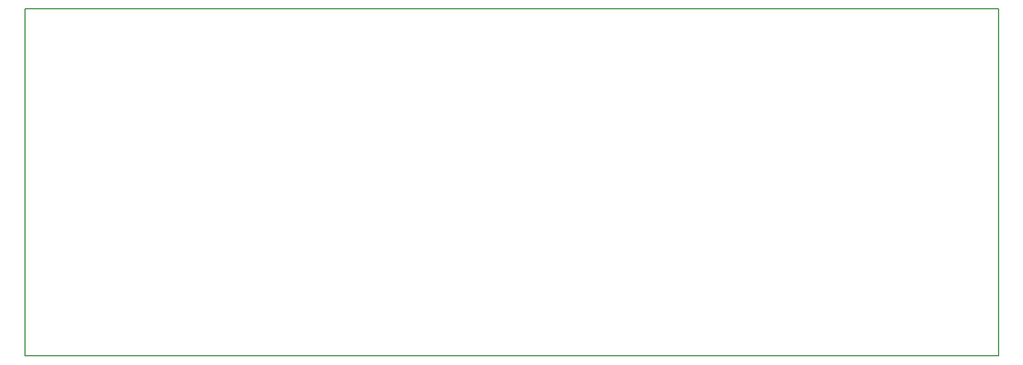
<source format=gbr>
%TF.GenerationSoftware,KiCad,Pcbnew,6.0.0*%
%TF.CreationDate,2022-01-09T21:07:47-07:00*%
%TF.ProjectId,L0005-Valve-Controller,4c303030-352d-4566-916c-76652d436f6e,1.0*%
%TF.SameCoordinates,Original*%
%TF.FileFunction,Profile,NP*%
%FSLAX46Y46*%
G04 Gerber Fmt 4.6, Leading zero omitted, Abs format (unit mm)*
G04 Created by KiCad (PCBNEW 6.0.0) date 2022-01-09 21:07:47*
%MOMM*%
%LPD*%
G01*
G04 APERTURE LIST*
%TA.AperFunction,Profile*%
%ADD10C,0.127000*%
%TD*%
G04 APERTURE END LIST*
D10*
X56896000Y-76962000D02*
X56896000Y-127508000D01*
X56896000Y-127508000D02*
X198628000Y-127508000D01*
X198628000Y-76962000D02*
X56896000Y-76962000D01*
X198628000Y-76962000D02*
X198628000Y-127508000D01*
M02*

</source>
